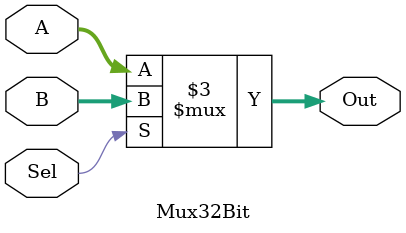
<source format=v>
module Mux32Bit(
input [31:0] A,
input [31:0] B,
input Sel,
output reg [31:0] Out);

always@(*)
    if(Sel)
        Out <= B;
    else
        Out <= A;
endmodule

</source>
